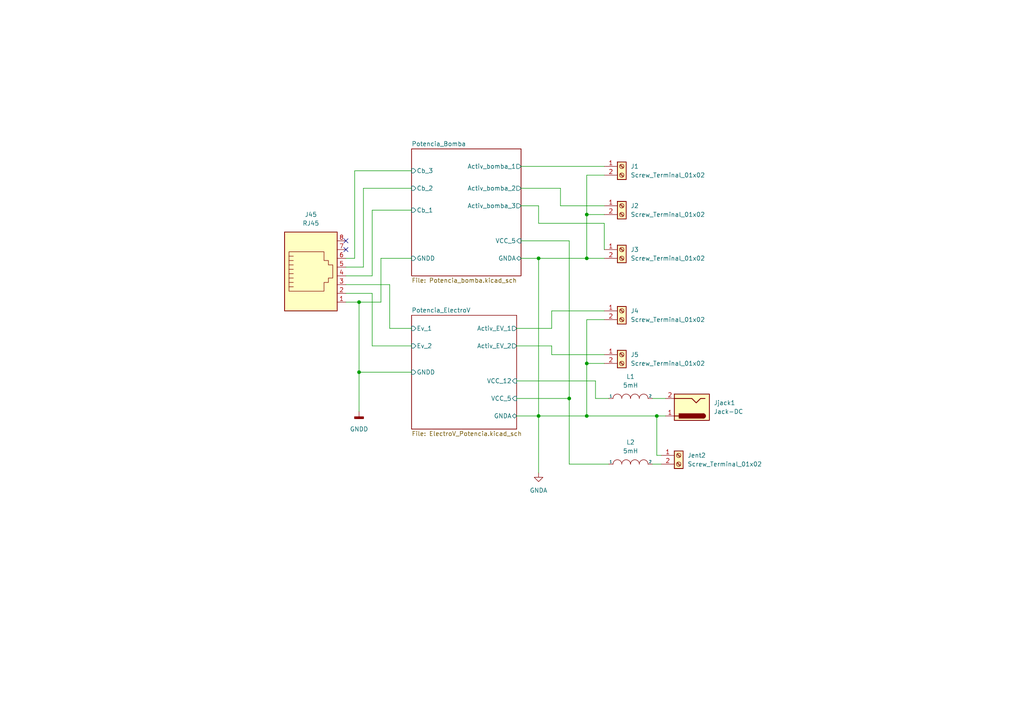
<source format=kicad_sch>
(kicad_sch (version 20211123) (generator eeschema)

  (uuid 0956fbcb-cb04-41a0-bcc7-40c2337a32d3)

  (paper "A4")

  (lib_symbols
    (symbol "Connector:Jack-DC" (pin_names (offset 1.016)) (in_bom yes) (on_board yes)
      (property "Reference" "J" (id 0) (at 0 5.334 0)
        (effects (font (size 1.27 1.27)))
      )
      (property "Value" "Jack-DC" (id 1) (at 0 -5.08 0)
        (effects (font (size 1.27 1.27)))
      )
      (property "Footprint" "" (id 2) (at 1.27 -1.016 0)
        (effects (font (size 1.27 1.27)) hide)
      )
      (property "Datasheet" "~" (id 3) (at 1.27 -1.016 0)
        (effects (font (size 1.27 1.27)) hide)
      )
      (property "ki_keywords" "DC power barrel jack connector" (id 4) (at 0 0 0)
        (effects (font (size 1.27 1.27)) hide)
      )
      (property "ki_description" "DC Barrel Jack" (id 5) (at 0 0 0)
        (effects (font (size 1.27 1.27)) hide)
      )
      (property "ki_fp_filters" "BarrelJack*" (id 6) (at 0 0 0)
        (effects (font (size 1.27 1.27)) hide)
      )
      (symbol "Jack-DC_0_1"
        (rectangle (start -5.08 3.81) (end 5.08 -3.81)
          (stroke (width 0.254) (type default) (color 0 0 0 0))
          (fill (type background))
        )
        (arc (start -3.302 3.175) (mid -3.937 2.54) (end -3.302 1.905)
          (stroke (width 0.254) (type default) (color 0 0 0 0))
          (fill (type none))
        )
        (arc (start -3.302 3.175) (mid -3.937 2.54) (end -3.302 1.905)
          (stroke (width 0.254) (type default) (color 0 0 0 0))
          (fill (type outline))
        )
        (polyline
          (pts
            (xy 5.08 2.54)
            (xy 3.81 2.54)
          )
          (stroke (width 0.254) (type default) (color 0 0 0 0))
          (fill (type none))
        )
        (polyline
          (pts
            (xy -3.81 -2.54)
            (xy -2.54 -2.54)
            (xy -1.27 -1.27)
            (xy 0 -2.54)
            (xy 2.54 -2.54)
            (xy 5.08 -2.54)
          )
          (stroke (width 0.254) (type default) (color 0 0 0 0))
          (fill (type none))
        )
        (rectangle (start 3.683 3.175) (end -3.302 1.905)
          (stroke (width 0.254) (type default) (color 0 0 0 0))
          (fill (type outline))
        )
      )
      (symbol "Jack-DC_1_1"
        (pin passive line (at 7.62 2.54 180) (length 2.54)
          (name "~" (effects (font (size 1.27 1.27))))
          (number "1" (effects (font (size 1.27 1.27))))
        )
        (pin passive line (at 7.62 -2.54 180) (length 2.54)
          (name "~" (effects (font (size 1.27 1.27))))
          (number "2" (effects (font (size 1.27 1.27))))
        )
      )
    )
    (symbol "Connector:RJ45" (pin_names (offset 1.016)) (in_bom yes) (on_board yes)
      (property "Reference" "J" (id 0) (at -5.08 13.97 0)
        (effects (font (size 1.27 1.27)) (justify right))
      )
      (property "Value" "RJ45" (id 1) (at 2.54 13.97 0)
        (effects (font (size 1.27 1.27)) (justify left))
      )
      (property "Footprint" "" (id 2) (at 0 0.635 90)
        (effects (font (size 1.27 1.27)) hide)
      )
      (property "Datasheet" "~" (id 3) (at 0 0.635 90)
        (effects (font (size 1.27 1.27)) hide)
      )
      (property "ki_keywords" "8P8C RJ female connector" (id 4) (at 0 0 0)
        (effects (font (size 1.27 1.27)) hide)
      )
      (property "ki_description" "RJ connector, 8P8C (8 positions 8 connected)" (id 5) (at 0 0 0)
        (effects (font (size 1.27 1.27)) hide)
      )
      (property "ki_fp_filters" "8P8C* RJ31* RJ32* RJ33* RJ34* RJ35* RJ41* RJ45* RJ49* RJ61*" (id 6) (at 0 0 0)
        (effects (font (size 1.27 1.27)) hide)
      )
      (symbol "RJ45_0_1"
        (polyline
          (pts
            (xy -5.08 4.445)
            (xy -6.35 4.445)
          )
          (stroke (width 0) (type default) (color 0 0 0 0))
          (fill (type none))
        )
        (polyline
          (pts
            (xy -5.08 5.715)
            (xy -6.35 5.715)
          )
          (stroke (width 0) (type default) (color 0 0 0 0))
          (fill (type none))
        )
        (polyline
          (pts
            (xy -6.35 -3.175)
            (xy -5.08 -3.175)
            (xy -5.08 -3.175)
          )
          (stroke (width 0) (type default) (color 0 0 0 0))
          (fill (type none))
        )
        (polyline
          (pts
            (xy -6.35 -1.905)
            (xy -5.08 -1.905)
            (xy -5.08 -1.905)
          )
          (stroke (width 0) (type default) (color 0 0 0 0))
          (fill (type none))
        )
        (polyline
          (pts
            (xy -6.35 -0.635)
            (xy -5.08 -0.635)
            (xy -5.08 -0.635)
          )
          (stroke (width 0) (type default) (color 0 0 0 0))
          (fill (type none))
        )
        (polyline
          (pts
            (xy -6.35 0.635)
            (xy -5.08 0.635)
            (xy -5.08 0.635)
          )
          (stroke (width 0) (type default) (color 0 0 0 0))
          (fill (type none))
        )
        (polyline
          (pts
            (xy -6.35 1.905)
            (xy -5.08 1.905)
            (xy -5.08 1.905)
          )
          (stroke (width 0) (type default) (color 0 0 0 0))
          (fill (type none))
        )
        (polyline
          (pts
            (xy -5.08 3.175)
            (xy -6.35 3.175)
            (xy -6.35 3.175)
          )
          (stroke (width 0) (type default) (color 0 0 0 0))
          (fill (type none))
        )
        (polyline
          (pts
            (xy -6.35 -4.445)
            (xy -6.35 6.985)
            (xy 3.81 6.985)
            (xy 3.81 4.445)
            (xy 5.08 4.445)
            (xy 5.08 3.175)
            (xy 6.35 3.175)
            (xy 6.35 -0.635)
            (xy 5.08 -0.635)
            (xy 5.08 -1.905)
            (xy 3.81 -1.905)
            (xy 3.81 -4.445)
            (xy -6.35 -4.445)
            (xy -6.35 -4.445)
          )
          (stroke (width 0) (type default) (color 0 0 0 0))
          (fill (type none))
        )
        (rectangle (start 7.62 12.7) (end -7.62 -10.16)
          (stroke (width 0.254) (type default) (color 0 0 0 0))
          (fill (type background))
        )
      )
      (symbol "RJ45_1_1"
        (pin passive line (at 10.16 -7.62 180) (length 2.54)
          (name "~" (effects (font (size 1.27 1.27))))
          (number "1" (effects (font (size 1.27 1.27))))
        )
        (pin passive line (at 10.16 -5.08 180) (length 2.54)
          (name "~" (effects (font (size 1.27 1.27))))
          (number "2" (effects (font (size 1.27 1.27))))
        )
        (pin passive line (at 10.16 -2.54 180) (length 2.54)
          (name "~" (effects (font (size 1.27 1.27))))
          (number "3" (effects (font (size 1.27 1.27))))
        )
        (pin passive line (at 10.16 0 180) (length 2.54)
          (name "~" (effects (font (size 1.27 1.27))))
          (number "4" (effects (font (size 1.27 1.27))))
        )
        (pin passive line (at 10.16 2.54 180) (length 2.54)
          (name "~" (effects (font (size 1.27 1.27))))
          (number "5" (effects (font (size 1.27 1.27))))
        )
        (pin passive line (at 10.16 5.08 180) (length 2.54)
          (name "~" (effects (font (size 1.27 1.27))))
          (number "6" (effects (font (size 1.27 1.27))))
        )
        (pin passive line (at 10.16 7.62 180) (length 2.54)
          (name "~" (effects (font (size 1.27 1.27))))
          (number "7" (effects (font (size 1.27 1.27))))
        )
        (pin passive line (at 10.16 10.16 180) (length 2.54)
          (name "~" (effects (font (size 1.27 1.27))))
          (number "8" (effects (font (size 1.27 1.27))))
        )
      )
    )
    (symbol "Connector:Screw_Terminal_01x02" (pin_names (offset 1.016) hide) (in_bom yes) (on_board yes)
      (property "Reference" "J" (id 0) (at 0 2.54 0)
        (effects (font (size 1.27 1.27)))
      )
      (property "Value" "Screw_Terminal_01x02" (id 1) (at 0 -5.08 0)
        (effects (font (size 1.27 1.27)))
      )
      (property "Footprint" "" (id 2) (at 0 0 0)
        (effects (font (size 1.27 1.27)) hide)
      )
      (property "Datasheet" "~" (id 3) (at 0 0 0)
        (effects (font (size 1.27 1.27)) hide)
      )
      (property "ki_keywords" "screw terminal" (id 4) (at 0 0 0)
        (effects (font (size 1.27 1.27)) hide)
      )
      (property "ki_description" "Generic screw terminal, single row, 01x02, script generated (kicad-library-utils/schlib/autogen/connector/)" (id 5) (at 0 0 0)
        (effects (font (size 1.27 1.27)) hide)
      )
      (property "ki_fp_filters" "TerminalBlock*:*" (id 6) (at 0 0 0)
        (effects (font (size 1.27 1.27)) hide)
      )
      (symbol "Screw_Terminal_01x02_1_1"
        (rectangle (start -1.27 1.27) (end 1.27 -3.81)
          (stroke (width 0.254) (type default) (color 0 0 0 0))
          (fill (type background))
        )
        (circle (center 0 -2.54) (radius 0.635)
          (stroke (width 0.1524) (type default) (color 0 0 0 0))
          (fill (type none))
        )
        (polyline
          (pts
            (xy -0.5334 -2.2098)
            (xy 0.3302 -3.048)
          )
          (stroke (width 0.1524) (type default) (color 0 0 0 0))
          (fill (type none))
        )
        (polyline
          (pts
            (xy -0.5334 0.3302)
            (xy 0.3302 -0.508)
          )
          (stroke (width 0.1524) (type default) (color 0 0 0 0))
          (fill (type none))
        )
        (polyline
          (pts
            (xy -0.3556 -2.032)
            (xy 0.508 -2.8702)
          )
          (stroke (width 0.1524) (type default) (color 0 0 0 0))
          (fill (type none))
        )
        (polyline
          (pts
            (xy -0.3556 0.508)
            (xy 0.508 -0.3302)
          )
          (stroke (width 0.1524) (type default) (color 0 0 0 0))
          (fill (type none))
        )
        (circle (center 0 0) (radius 0.635)
          (stroke (width 0.1524) (type default) (color 0 0 0 0))
          (fill (type none))
        )
        (pin passive line (at -5.08 0 0) (length 3.81)
          (name "Pin_1" (effects (font (size 1.27 1.27))))
          (number "1" (effects (font (size 1.27 1.27))))
        )
        (pin passive line (at -5.08 -2.54 0) (length 3.81)
          (name "Pin_2" (effects (font (size 1.27 1.27))))
          (number "2" (effects (font (size 1.27 1.27))))
        )
      )
    )
    (symbol "power:GNDA" (power) (pin_names (offset 0)) (in_bom yes) (on_board yes)
      (property "Reference" "#PWR" (id 0) (at 0 -6.35 0)
        (effects (font (size 1.27 1.27)) hide)
      )
      (property "Value" "GNDA" (id 1) (at 0 -3.81 0)
        (effects (font (size 1.27 1.27)))
      )
      (property "Footprint" "" (id 2) (at 0 0 0)
        (effects (font (size 1.27 1.27)) hide)
      )
      (property "Datasheet" "" (id 3) (at 0 0 0)
        (effects (font (size 1.27 1.27)) hide)
      )
      (property "ki_keywords" "power-flag" (id 4) (at 0 0 0)
        (effects (font (size 1.27 1.27)) hide)
      )
      (property "ki_description" "Power symbol creates a global label with name \"GNDA\" , analog ground" (id 5) (at 0 0 0)
        (effects (font (size 1.27 1.27)) hide)
      )
      (symbol "GNDA_0_1"
        (polyline
          (pts
            (xy 0 0)
            (xy 0 -1.27)
            (xy 1.27 -1.27)
            (xy 0 -2.54)
            (xy -1.27 -1.27)
            (xy 0 -1.27)
          )
          (stroke (width 0) (type default) (color 0 0 0 0))
          (fill (type none))
        )
      )
      (symbol "GNDA_1_1"
        (pin power_in line (at 0 0 270) (length 0) hide
          (name "GNDA" (effects (font (size 1.27 1.27))))
          (number "1" (effects (font (size 1.27 1.27))))
        )
      )
    )
    (symbol "power:GNDD" (power) (pin_names (offset 0)) (in_bom yes) (on_board yes)
      (property "Reference" "#PWR" (id 0) (at 0 -6.35 0)
        (effects (font (size 1.27 1.27)) hide)
      )
      (property "Value" "GNDD" (id 1) (at 0 -3.175 0)
        (effects (font (size 1.27 1.27)))
      )
      (property "Footprint" "" (id 2) (at 0 0 0)
        (effects (font (size 1.27 1.27)) hide)
      )
      (property "Datasheet" "" (id 3) (at 0 0 0)
        (effects (font (size 1.27 1.27)) hide)
      )
      (property "ki_keywords" "power-flag" (id 4) (at 0 0 0)
        (effects (font (size 1.27 1.27)) hide)
      )
      (property "ki_description" "Power symbol creates a global label with name \"GNDD\" , digital ground" (id 5) (at 0 0 0)
        (effects (font (size 1.27 1.27)) hide)
      )
      (symbol "GNDD_0_1"
        (rectangle (start -1.27 -1.524) (end 1.27 -2.032)
          (stroke (width 0.254) (type default) (color 0 0 0 0))
          (fill (type outline))
        )
        (polyline
          (pts
            (xy 0 0)
            (xy 0 -1.524)
          )
          (stroke (width 0) (type default) (color 0 0 0 0))
          (fill (type none))
        )
      )
      (symbol "GNDD_1_1"
        (pin power_in line (at 0 0 270) (length 0) hide
          (name "GNDD" (effects (font (size 1.27 1.27))))
          (number "1" (effects (font (size 1.27 1.27))))
        )
      )
    )
    (symbol "pspice:INDUCTOR" (pin_numbers hide) (pin_names (offset 0)) (in_bom yes) (on_board yes)
      (property "Reference" "L" (id 0) (at 0 2.54 0)
        (effects (font (size 1.27 1.27)))
      )
      (property "Value" "INDUCTOR" (id 1) (at 0 -1.27 0)
        (effects (font (size 1.27 1.27)))
      )
      (property "Footprint" "" (id 2) (at 0 0 0)
        (effects (font (size 1.27 1.27)) hide)
      )
      (property "Datasheet" "~" (id 3) (at 0 0 0)
        (effects (font (size 1.27 1.27)) hide)
      )
      (property "ki_keywords" "simulation" (id 4) (at 0 0 0)
        (effects (font (size 1.27 1.27)) hide)
      )
      (property "ki_description" "Inductor symbol for simulation only" (id 5) (at 0 0 0)
        (effects (font (size 1.27 1.27)) hide)
      )
      (symbol "INDUCTOR_0_1"
        (arc (start -2.54 0) (mid -3.81 1.27) (end -5.08 0)
          (stroke (width 0) (type default) (color 0 0 0 0))
          (fill (type none))
        )
        (arc (start 0 0) (mid -1.27 1.27) (end -2.54 0)
          (stroke (width 0) (type default) (color 0 0 0 0))
          (fill (type none))
        )
        (arc (start 2.54 0) (mid 1.27 1.27) (end 0 0)
          (stroke (width 0) (type default) (color 0 0 0 0))
          (fill (type none))
        )
        (arc (start 5.08 0) (mid 3.81 1.27) (end 2.54 0)
          (stroke (width 0) (type default) (color 0 0 0 0))
          (fill (type none))
        )
      )
      (symbol "INDUCTOR_1_1"
        (pin input line (at -6.35 0 0) (length 1.27)
          (name "1" (effects (font (size 0.762 0.762))))
          (number "1" (effects (font (size 0.762 0.762))))
        )
        (pin input line (at 6.35 0 180) (length 1.27)
          (name "2" (effects (font (size 0.762 0.762))))
          (number "2" (effects (font (size 0.762 0.762))))
        )
      )
    )
  )

  (junction (at 104.14 87.63) (diameter 0) (color 0 0 0 0)
    (uuid 21d13102-86dd-4e05-a87e-9596b6e16d36)
  )
  (junction (at 190.5 120.65) (diameter 0) (color 0 0 0 0)
    (uuid 2378b1af-9b23-4b95-a118-8f475523dbe5)
  )
  (junction (at 170.18 105.41) (diameter 0) (color 0 0 0 0)
    (uuid 28ba209b-c631-4e86-b4fe-9c13d3a2e925)
  )
  (junction (at 156.21 74.93) (diameter 0) (color 0 0 0 0)
    (uuid 42ffa2c2-5fab-461e-8462-169da97a3d1f)
  )
  (junction (at 170.18 62.23) (diameter 0) (color 0 0 0 0)
    (uuid 6fec1596-4df3-4c70-80ec-676a6a10418d)
  )
  (junction (at 104.14 107.95) (diameter 0) (color 0 0 0 0)
    (uuid 9d815858-052f-4e38-ab3f-7c95b09c0912)
  )
  (junction (at 165.1 115.57) (diameter 0) (color 0 0 0 0)
    (uuid 9df314fa-1613-4c93-a01e-15b95364bea3)
  )
  (junction (at 156.21 120.65) (diameter 0) (color 0 0 0 0)
    (uuid c347a63d-9c4f-48a8-96a5-ef230b093729)
  )
  (junction (at 170.18 120.65) (diameter 0) (color 0 0 0 0)
    (uuid df9c8a48-587a-40e6-a158-7211ab7fcc2c)
  )
  (junction (at 170.18 74.93) (diameter 0) (color 0 0 0 0)
    (uuid e66b7ea5-b80d-4b10-8ef4-0ac66561e1e5)
  )

  (no_connect (at 100.33 72.39) (uuid 0023774f-b66b-48cc-9694-549c5f896ead))
  (no_connect (at 100.33 69.85) (uuid 21817c41-e3ae-4208-bea0-faa91ccb9c89))

  (wire (pts (xy 156.21 120.65) (xy 156.21 137.16))
    (stroke (width 0) (type default) (color 0 0 0 0))
    (uuid 03095a29-6f03-4ce3-bfc7-ea42f668ed8c)
  )
  (wire (pts (xy 160.02 102.87) (xy 160.02 100.33))
    (stroke (width 0) (type default) (color 0 0 0 0))
    (uuid 044dd588-2df9-4e9e-956d-00bbef29464e)
  )
  (wire (pts (xy 189.23 115.57) (xy 193.04 115.57))
    (stroke (width 0) (type default) (color 0 0 0 0))
    (uuid 07efb4e1-2245-4113-902f-20a1794da77d)
  )
  (wire (pts (xy 104.14 87.63) (xy 110.49 87.63))
    (stroke (width 0) (type default) (color 0 0 0 0))
    (uuid 09805ed1-fdd8-41a6-bc8f-7f359958c1ff)
  )
  (wire (pts (xy 176.53 115.57) (xy 172.72 115.57))
    (stroke (width 0) (type default) (color 0 0 0 0))
    (uuid 0acdda25-f3c6-4cf2-a231-046f2dc3b129)
  )
  (wire (pts (xy 110.49 74.93) (xy 119.38 74.93))
    (stroke (width 0) (type default) (color 0 0 0 0))
    (uuid 0b56119f-e6e3-4794-8eef-da4d21906491)
  )
  (wire (pts (xy 100.33 82.55) (xy 113.03 82.55))
    (stroke (width 0) (type default) (color 0 0 0 0))
    (uuid 0f128a55-f068-4fb9-9a8e-7b12b6379fb4)
  )
  (wire (pts (xy 172.72 110.49) (xy 172.72 115.57))
    (stroke (width 0) (type default) (color 0 0 0 0))
    (uuid 1063e884-282b-4e1a-b802-f6ceedcd0c83)
  )
  (wire (pts (xy 100.33 85.09) (xy 107.95 85.09))
    (stroke (width 0) (type default) (color 0 0 0 0))
    (uuid 15966bd9-47a4-4870-9969-0ed531333726)
  )
  (wire (pts (xy 100.33 77.47) (xy 105.41 77.47))
    (stroke (width 0) (type default) (color 0 0 0 0))
    (uuid 17616c3f-0085-4ca1-a2c4-fdd97563f218)
  )
  (wire (pts (xy 175.26 90.17) (xy 160.02 90.17))
    (stroke (width 0) (type default) (color 0 0 0 0))
    (uuid 17cc29ca-6494-40f3-bcba-c0082a31d949)
  )
  (wire (pts (xy 107.95 60.96) (xy 119.38 60.96))
    (stroke (width 0) (type default) (color 0 0 0 0))
    (uuid 1a3f8252-5bdd-4c2e-a567-fbc5a3b775a1)
  )
  (wire (pts (xy 156.21 120.65) (xy 170.18 120.65))
    (stroke (width 0) (type default) (color 0 0 0 0))
    (uuid 1b81b185-1487-4c35-b70d-236b8cfdd537)
  )
  (wire (pts (xy 170.18 105.41) (xy 175.26 105.41))
    (stroke (width 0) (type default) (color 0 0 0 0))
    (uuid 1ce64493-8f20-486d-9e9d-9b155274df63)
  )
  (wire (pts (xy 102.87 74.93) (xy 100.33 74.93))
    (stroke (width 0) (type default) (color 0 0 0 0))
    (uuid 212c83d7-84f1-420e-a0d8-b8e106e544d7)
  )
  (wire (pts (xy 105.41 54.61) (xy 119.38 54.61))
    (stroke (width 0) (type default) (color 0 0 0 0))
    (uuid 27465b1b-24e2-4928-a401-240c20c50d01)
  )
  (wire (pts (xy 149.86 110.49) (xy 172.72 110.49))
    (stroke (width 0) (type default) (color 0 0 0 0))
    (uuid 29cd82f8-d3c0-407e-8d43-1d42c7904bfc)
  )
  (wire (pts (xy 162.56 54.61) (xy 151.13 54.61))
    (stroke (width 0) (type default) (color 0 0 0 0))
    (uuid 2c1f341d-cc49-445c-b1dc-b4374cd91512)
  )
  (wire (pts (xy 191.77 132.08) (xy 190.5 132.08))
    (stroke (width 0) (type default) (color 0 0 0 0))
    (uuid 30a3556d-3113-4c4c-8986-ba9aea5f8fa2)
  )
  (wire (pts (xy 156.21 74.93) (xy 156.21 120.65))
    (stroke (width 0) (type default) (color 0 0 0 0))
    (uuid 31d94577-fd7e-48c1-be06-3458af686464)
  )
  (wire (pts (xy 149.86 95.25) (xy 160.02 95.25))
    (stroke (width 0) (type default) (color 0 0 0 0))
    (uuid 3a5039c9-0c26-4e3c-82c0-cc81cb09c99e)
  )
  (wire (pts (xy 170.18 62.23) (xy 170.18 74.93))
    (stroke (width 0) (type default) (color 0 0 0 0))
    (uuid 4427c9dd-6f38-4633-a561-e5b59d161a91)
  )
  (wire (pts (xy 165.1 69.85) (xy 165.1 115.57))
    (stroke (width 0) (type default) (color 0 0 0 0))
    (uuid 46273150-8ca4-4697-96d1-e08ba5340c9d)
  )
  (wire (pts (xy 170.18 105.41) (xy 170.18 120.65))
    (stroke (width 0) (type default) (color 0 0 0 0))
    (uuid 4963c380-d793-421a-8c0f-666834a96459)
  )
  (wire (pts (xy 110.49 74.93) (xy 110.49 87.63))
    (stroke (width 0) (type default) (color 0 0 0 0))
    (uuid 5119dbec-83cf-405f-b107-5f564ef8d968)
  )
  (wire (pts (xy 107.95 85.09) (xy 107.95 100.33))
    (stroke (width 0) (type default) (color 0 0 0 0))
    (uuid 59debf5b-995f-41c6-a7cb-abfaa61f7faa)
  )
  (wire (pts (xy 149.86 115.57) (xy 165.1 115.57))
    (stroke (width 0) (type default) (color 0 0 0 0))
    (uuid 5b1d490b-26ad-4fdb-971d-fad0ec19df2d)
  )
  (wire (pts (xy 190.5 120.65) (xy 193.04 120.65))
    (stroke (width 0) (type default) (color 0 0 0 0))
    (uuid 63525a68-afb1-4eed-bbde-18e788afa4c3)
  )
  (wire (pts (xy 190.5 120.65) (xy 190.5 132.08))
    (stroke (width 0) (type default) (color 0 0 0 0))
    (uuid 6a9b87ae-dd9e-4ed5-a0ce-9706ad23ce70)
  )
  (wire (pts (xy 149.86 120.65) (xy 156.21 120.65))
    (stroke (width 0) (type default) (color 0 0 0 0))
    (uuid 6ac57db8-8f4b-44d1-a1b6-5ca4e0cbd8b3)
  )
  (wire (pts (xy 170.18 62.23) (xy 175.26 62.23))
    (stroke (width 0) (type default) (color 0 0 0 0))
    (uuid 6b645c5c-b06b-4f19-abda-d94b955ff7a6)
  )
  (wire (pts (xy 102.87 49.53) (xy 102.87 74.93))
    (stroke (width 0) (type default) (color 0 0 0 0))
    (uuid 71f2929d-021e-46e4-93cb-2e19ab417fc1)
  )
  (wire (pts (xy 113.03 95.25) (xy 119.38 95.25))
    (stroke (width 0) (type default) (color 0 0 0 0))
    (uuid 74dc8a4b-a0f8-40ff-9e7e-8579e1b5cd7e)
  )
  (wire (pts (xy 100.33 80.01) (xy 107.95 80.01))
    (stroke (width 0) (type default) (color 0 0 0 0))
    (uuid 7be25534-ad61-4751-a7ed-dddf2b92607e)
  )
  (wire (pts (xy 170.18 50.8) (xy 170.18 62.23))
    (stroke (width 0) (type default) (color 0 0 0 0))
    (uuid 7d6d8023-ad17-4907-81e8-f7181635e530)
  )
  (wire (pts (xy 102.87 49.53) (xy 119.38 49.53))
    (stroke (width 0) (type default) (color 0 0 0 0))
    (uuid 88184c83-f1a3-4f45-bd4b-8e58fa7becff)
  )
  (wire (pts (xy 162.56 59.69) (xy 162.56 54.61))
    (stroke (width 0) (type default) (color 0 0 0 0))
    (uuid 88ed3189-8054-4118-aeef-4184276c8004)
  )
  (wire (pts (xy 156.21 64.77) (xy 156.21 59.69))
    (stroke (width 0) (type default) (color 0 0 0 0))
    (uuid 9084158c-3291-43f4-bf2d-9a245aeb93fd)
  )
  (wire (pts (xy 105.41 77.47) (xy 105.41 54.61))
    (stroke (width 0) (type default) (color 0 0 0 0))
    (uuid 9c6e1b83-553c-489d-a215-e16ae6ef2e53)
  )
  (wire (pts (xy 170.18 74.93) (xy 175.26 74.93))
    (stroke (width 0) (type default) (color 0 0 0 0))
    (uuid 9f0d0482-3b3c-4f2b-9543-c38e41367600)
  )
  (wire (pts (xy 156.21 74.93) (xy 170.18 74.93))
    (stroke (width 0) (type default) (color 0 0 0 0))
    (uuid a2f2e15c-5f41-4605-b12b-db478fdcd1c4)
  )
  (wire (pts (xy 113.03 95.25) (xy 113.03 82.55))
    (stroke (width 0) (type default) (color 0 0 0 0))
    (uuid a3ebfa39-93af-42c5-8a77-710c7709342f)
  )
  (wire (pts (xy 151.13 74.93) (xy 156.21 74.93))
    (stroke (width 0) (type default) (color 0 0 0 0))
    (uuid a4e53942-4f86-4982-bdb7-8494d854c750)
  )
  (wire (pts (xy 189.23 134.62) (xy 191.77 134.62))
    (stroke (width 0) (type default) (color 0 0 0 0))
    (uuid a6fdc42b-4290-4563-ba74-c61a9bed2a0e)
  )
  (wire (pts (xy 176.53 134.62) (xy 165.1 134.62))
    (stroke (width 0) (type default) (color 0 0 0 0))
    (uuid aace078f-3bf4-47ad-af5e-489f63d19ffa)
  )
  (wire (pts (xy 175.26 59.69) (xy 162.56 59.69))
    (stroke (width 0) (type default) (color 0 0 0 0))
    (uuid b51519d2-9c2b-4054-8b15-1f591eca9f0d)
  )
  (wire (pts (xy 160.02 90.17) (xy 160.02 95.25))
    (stroke (width 0) (type default) (color 0 0 0 0))
    (uuid b55b1912-67a8-4e07-b88b-925daf320c9b)
  )
  (wire (pts (xy 156.21 59.69) (xy 151.13 59.69))
    (stroke (width 0) (type default) (color 0 0 0 0))
    (uuid b90805ae-fd25-449a-baca-007548283820)
  )
  (wire (pts (xy 160.02 102.87) (xy 175.26 102.87))
    (stroke (width 0) (type default) (color 0 0 0 0))
    (uuid b99124f1-854b-4828-8929-5eb9a8a0569b)
  )
  (wire (pts (xy 175.26 64.77) (xy 156.21 64.77))
    (stroke (width 0) (type default) (color 0 0 0 0))
    (uuid bdc832d6-75d5-48fd-bfea-257567a1c16f)
  )
  (wire (pts (xy 100.33 87.63) (xy 104.14 87.63))
    (stroke (width 0) (type default) (color 0 0 0 0))
    (uuid beb50f8e-a337-480b-af02-5c9ecfb0f0a3)
  )
  (wire (pts (xy 149.86 100.33) (xy 160.02 100.33))
    (stroke (width 0) (type default) (color 0 0 0 0))
    (uuid c5a8d438-642c-4ee7-a4e5-761857aafe45)
  )
  (wire (pts (xy 175.26 48.26) (xy 151.13 48.26))
    (stroke (width 0) (type default) (color 0 0 0 0))
    (uuid ca78ed72-f1b3-4bfe-b787-f58e1d23c717)
  )
  (wire (pts (xy 104.14 107.95) (xy 119.38 107.95))
    (stroke (width 0) (type default) (color 0 0 0 0))
    (uuid cb6d09be-71f1-469d-ad3b-3ad751953c8b)
  )
  (wire (pts (xy 104.14 87.63) (xy 104.14 107.95))
    (stroke (width 0) (type default) (color 0 0 0 0))
    (uuid d3071002-b083-40cc-803a-6a5be07c3229)
  )
  (wire (pts (xy 170.18 120.65) (xy 190.5 120.65))
    (stroke (width 0) (type default) (color 0 0 0 0))
    (uuid d430ef0a-e491-404f-a1f2-d0c6081cb9d6)
  )
  (wire (pts (xy 175.26 92.71) (xy 170.18 92.71))
    (stroke (width 0) (type default) (color 0 0 0 0))
    (uuid dd906762-5403-4848-bfae-c08a0c7ce5c1)
  )
  (wire (pts (xy 104.14 107.95) (xy 104.14 119.38))
    (stroke (width 0) (type default) (color 0 0 0 0))
    (uuid e1c469fc-cf51-49c6-9323-ddab20557dd9)
  )
  (wire (pts (xy 107.95 100.33) (xy 119.38 100.33))
    (stroke (width 0) (type default) (color 0 0 0 0))
    (uuid e4d06f4e-5263-4ecf-b435-54219466b02d)
  )
  (wire (pts (xy 151.13 69.85) (xy 165.1 69.85))
    (stroke (width 0) (type default) (color 0 0 0 0))
    (uuid e67b0493-08ab-4de2-be3e-fcbd01b73467)
  )
  (wire (pts (xy 107.95 80.01) (xy 107.95 60.96))
    (stroke (width 0) (type default) (color 0 0 0 0))
    (uuid e882c43c-c0bb-428d-81ee-23ad83ad357d)
  )
  (wire (pts (xy 165.1 115.57) (xy 165.1 134.62))
    (stroke (width 0) (type default) (color 0 0 0 0))
    (uuid ebababd5-8c40-45a0-ad1c-a6351058ecfc)
  )
  (wire (pts (xy 170.18 50.8) (xy 175.26 50.8))
    (stroke (width 0) (type default) (color 0 0 0 0))
    (uuid f072091c-b63b-4e2c-91eb-cf0b48850b51)
  )
  (wire (pts (xy 170.18 92.71) (xy 170.18 105.41))
    (stroke (width 0) (type default) (color 0 0 0 0))
    (uuid fd2d8bea-0c52-4b64-9add-73ab65daaabd)
  )
  (wire (pts (xy 175.26 72.39) (xy 175.26 64.77))
    (stroke (width 0) (type default) (color 0 0 0 0))
    (uuid fe321bf3-504f-401c-8e69-14e1bc3aa9c5)
  )

  (symbol (lib_id "Connector:RJ45") (at 90.17 80.01 0) (unit 1)
    (in_bom yes) (on_board yes) (fields_autoplaced)
    (uuid 2df5c5a6-5530-45d6-bae0-44b2b822eeae)
    (property "Reference" "J45" (id 0) (at 90.17 62.23 0))
    (property "Value" "RJ45" (id 1) (at 90.17 64.77 0))
    (property "Footprint" "Connector_RJ:RJ45_Amphenol_54602-x08_Horizontal" (id 2) (at 90.17 79.375 90)
      (effects (font (size 1.27 1.27)) hide)
    )
    (property "Datasheet" "~" (id 3) (at 90.17 79.375 90)
      (effects (font (size 1.27 1.27)) hide)
    )
    (pin "1" (uuid a3208af1-3d4d-4439-a162-f3b3075bde4a))
    (pin "2" (uuid 156119d8-587b-4132-bb90-0de42612d0fe))
    (pin "3" (uuid bcc1856a-58f0-44b2-85a9-f738dc4e7676))
    (pin "4" (uuid 20ca8b25-cf1b-4e9c-9102-a33c75d41af0))
    (pin "5" (uuid 7d21a310-709d-4c7a-aebc-2a9d795286fb))
    (pin "6" (uuid 31a900a2-c8d9-4a63-95f1-377c1755f144))
    (pin "7" (uuid d67f3fbe-3b6c-463f-a933-8f0bc87ea44a))
    (pin "8" (uuid 291fe01a-e2fc-4002-b0de-4645fd1fb221))
  )

  (symbol (lib_id "Connector:Screw_Terminal_01x02") (at 180.34 102.87 0) (unit 1)
    (in_bom yes) (on_board yes) (fields_autoplaced)
    (uuid 337ffedf-3952-4093-a613-3c77b82ff3fe)
    (property "Reference" "J5" (id 0) (at 182.88 102.8699 0)
      (effects (font (size 1.27 1.27)) (justify left))
    )
    (property "Value" "Screw_Terminal_01x02" (id 1) (at 182.88 105.4099 0)
      (effects (font (size 1.27 1.27)) (justify left))
    )
    (property "Footprint" "TerminalBlock:TerminalBlock_Altech_AK300-2_P5.00mm" (id 2) (at 180.34 102.87 0)
      (effects (font (size 1.27 1.27)) hide)
    )
    (property "Datasheet" "~" (id 3) (at 180.34 102.87 0)
      (effects (font (size 1.27 1.27)) hide)
    )
    (pin "1" (uuid 206f7389-994c-4c97-8e34-6dd114174a11))
    (pin "2" (uuid dba2f16f-1093-4a1a-8c38-b1d3b12e557f))
  )

  (symbol (lib_id "power:GNDA") (at 156.21 137.16 0) (unit 1)
    (in_bom yes) (on_board yes) (fields_autoplaced)
    (uuid 558c8f2a-3706-4353-9b9e-8aa317b5bf71)
    (property "Reference" "#PWR0102" (id 0) (at 156.21 143.51 0)
      (effects (font (size 1.27 1.27)) hide)
    )
    (property "Value" "GNDA" (id 1) (at 156.21 142.24 0))
    (property "Footprint" "" (id 2) (at 156.21 137.16 0)
      (effects (font (size 1.27 1.27)) hide)
    )
    (property "Datasheet" "" (id 3) (at 156.21 137.16 0)
      (effects (font (size 1.27 1.27)) hide)
    )
    (pin "1" (uuid f01fca04-9d0e-4c8e-8d38-12f2614276f5))
  )

  (symbol (lib_id "Connector:Screw_Terminal_01x02") (at 180.34 48.26 0) (unit 1)
    (in_bom yes) (on_board yes)
    (uuid 725a6a79-1456-45e0-bf44-ef35a47723d2)
    (property "Reference" "J1" (id 0) (at 182.88 48.2599 0)
      (effects (font (size 1.27 1.27)) (justify left))
    )
    (property "Value" "Screw_Terminal_01x02" (id 1) (at 182.88 50.7999 0)
      (effects (font (size 1.27 1.27)) (justify left))
    )
    (property "Footprint" "TerminalBlock:TerminalBlock_Altech_AK300-2_P5.00mm" (id 2) (at 180.34 48.26 0)
      (effects (font (size 1.27 1.27)) hide)
    )
    (property "Datasheet" "~" (id 3) (at 180.34 48.26 0)
      (effects (font (size 1.27 1.27)) hide)
    )
    (pin "1" (uuid 6e71fa5d-d92b-400c-a842-8cee571038c0))
    (pin "2" (uuid 25426be1-6730-4b62-bf4e-910d8f1c1dcc))
  )

  (symbol (lib_id "pspice:INDUCTOR") (at 182.88 115.57 0) (unit 1)
    (in_bom yes) (on_board yes) (fields_autoplaced)
    (uuid 730ec439-97d0-48b9-9e0c-7f5f07306cdf)
    (property "Reference" "L1" (id 0) (at 182.88 109.22 0))
    (property "Value" "5mH" (id 1) (at 182.88 111.76 0))
    (property "Footprint" "Inductor_SMD:L_6.3x6.3_H3" (id 2) (at 182.88 115.57 0)
      (effects (font (size 1.27 1.27)) hide)
    )
    (property "Datasheet" "~" (id 3) (at 182.88 115.57 0)
      (effects (font (size 1.27 1.27)) hide)
    )
    (pin "1" (uuid dc2f0851-c9f4-457c-8eb1-5dd335e9368a))
    (pin "2" (uuid 10710b8c-e029-40f7-9f90-c96a4e5311ac))
  )

  (symbol (lib_id "Connector:Screw_Terminal_01x02") (at 180.34 90.17 0) (unit 1)
    (in_bom yes) (on_board yes) (fields_autoplaced)
    (uuid 8c209d2e-a0f3-4120-9712-05a10b60fd07)
    (property "Reference" "J4" (id 0) (at 182.88 90.1699 0)
      (effects (font (size 1.27 1.27)) (justify left))
    )
    (property "Value" "Screw_Terminal_01x02" (id 1) (at 182.88 92.7099 0)
      (effects (font (size 1.27 1.27)) (justify left))
    )
    (property "Footprint" "TerminalBlock:TerminalBlock_Altech_AK300-2_P5.00mm" (id 2) (at 180.34 90.17 0)
      (effects (font (size 1.27 1.27)) hide)
    )
    (property "Datasheet" "~" (id 3) (at 180.34 90.17 0)
      (effects (font (size 1.27 1.27)) hide)
    )
    (pin "1" (uuid 0acd5e5c-9cc0-4499-a67a-0f733d659277))
    (pin "2" (uuid 53bb5378-94c1-4aec-9518-f23f3d432e72))
  )

  (symbol (lib_id "Connector:Jack-DC") (at 200.66 118.11 180) (unit 1)
    (in_bom yes) (on_board yes) (fields_autoplaced)
    (uuid 9ef92e0a-9bc5-42ad-8ce5-63085823fb71)
    (property "Reference" "Jjack1" (id 0) (at 207.01 116.8399 0)
      (effects (font (size 1.27 1.27)) (justify right))
    )
    (property "Value" "Jack-DC" (id 1) (at 207.01 119.3799 0)
      (effects (font (size 1.27 1.27)) (justify right))
    )
    (property "Footprint" "Connector_BarrelJack:BarrelJack_CLIFF_FC681465S_SMT_Horizontal" (id 2) (at 199.39 117.094 0)
      (effects (font (size 1.27 1.27)) hide)
    )
    (property "Datasheet" "~" (id 3) (at 199.39 117.094 0)
      (effects (font (size 1.27 1.27)) hide)
    )
    (pin "1" (uuid a2e78e48-f0cf-4108-8b92-7a84ff88ba88))
    (pin "2" (uuid 9502566f-9859-4cbe-8cbc-cef76ead8f39))
  )

  (symbol (lib_id "Connector:Screw_Terminal_01x02") (at 180.34 72.39 0) (unit 1)
    (in_bom yes) (on_board yes) (fields_autoplaced)
    (uuid bccd7a8a-c1c1-4e7a-b237-0005ecc62274)
    (property "Reference" "J3" (id 0) (at 182.88 72.3899 0)
      (effects (font (size 1.27 1.27)) (justify left))
    )
    (property "Value" "Screw_Terminal_01x02" (id 1) (at 182.88 74.9299 0)
      (effects (font (size 1.27 1.27)) (justify left))
    )
    (property "Footprint" "TerminalBlock:TerminalBlock_Altech_AK300-2_P5.00mm" (id 2) (at 180.34 72.39 0)
      (effects (font (size 1.27 1.27)) hide)
    )
    (property "Datasheet" "~" (id 3) (at 180.34 72.39 0)
      (effects (font (size 1.27 1.27)) hide)
    )
    (pin "1" (uuid c8dba20e-4b10-4e52-8bc4-c6c0cb6149c5))
    (pin "2" (uuid a5a57628-4fe5-4553-8e04-cb459597a4bf))
  )

  (symbol (lib_id "Connector:Screw_Terminal_01x02") (at 180.34 59.69 0) (unit 1)
    (in_bom yes) (on_board yes) (fields_autoplaced)
    (uuid de9de807-7d9f-47da-9c53-d0bd21829383)
    (property "Reference" "J2" (id 0) (at 182.88 59.6899 0)
      (effects (font (size 1.27 1.27)) (justify left))
    )
    (property "Value" "Screw_Terminal_01x02" (id 1) (at 182.88 62.2299 0)
      (effects (font (size 1.27 1.27)) (justify left))
    )
    (property "Footprint" "TerminalBlock:TerminalBlock_Altech_AK300-2_P5.00mm" (id 2) (at 180.34 59.69 0)
      (effects (font (size 1.27 1.27)) hide)
    )
    (property "Datasheet" "~" (id 3) (at 180.34 59.69 0)
      (effects (font (size 1.27 1.27)) hide)
    )
    (pin "1" (uuid cf2f05d9-c32c-479c-bc45-0720d14f5a02))
    (pin "2" (uuid 0893b13e-f1ce-4a5e-af73-a62f57a99984))
  )

  (symbol (lib_id "pspice:INDUCTOR") (at 182.88 134.62 0) (unit 1)
    (in_bom yes) (on_board yes) (fields_autoplaced)
    (uuid ded3ba6b-31f0-4640-841a-9b1d6be44f03)
    (property "Reference" "L2" (id 0) (at 182.88 128.27 0))
    (property "Value" "5mH" (id 1) (at 182.88 130.81 0))
    (property "Footprint" "Inductor_SMD:L_6.3x6.3_H3" (id 2) (at 182.88 134.62 0)
      (effects (font (size 1.27 1.27)) hide)
    )
    (property "Datasheet" "~" (id 3) (at 182.88 134.62 0)
      (effects (font (size 1.27 1.27)) hide)
    )
    (pin "1" (uuid 27c67857-5be2-40c1-9ffb-abfb0343eb76))
    (pin "2" (uuid 4dc279d8-574f-4d31-8046-063c5bd6828c))
  )

  (symbol (lib_id "power:GNDD") (at 104.14 119.38 0) (unit 1)
    (in_bom yes) (on_board yes) (fields_autoplaced)
    (uuid ef3f8389-ba69-4731-ba14-3e4165b79506)
    (property "Reference" "#PWR0101" (id 0) (at 104.14 125.73 0)
      (effects (font (size 1.27 1.27)) hide)
    )
    (property "Value" "GNDD" (id 1) (at 104.14 124.46 0))
    (property "Footprint" "" (id 2) (at 104.14 119.38 0)
      (effects (font (size 1.27 1.27)) hide)
    )
    (property "Datasheet" "" (id 3) (at 104.14 119.38 0)
      (effects (font (size 1.27 1.27)) hide)
    )
    (pin "1" (uuid f086d813-d4ee-480c-9be6-20b5187f01ae))
  )

  (symbol (lib_id "Connector:Screw_Terminal_01x02") (at 196.85 132.08 0) (unit 1)
    (in_bom yes) (on_board yes) (fields_autoplaced)
    (uuid efc1f42f-9846-4add-ba3a-efb277099f19)
    (property "Reference" "Jent2" (id 0) (at 199.39 132.0799 0)
      (effects (font (size 1.27 1.27)) (justify left))
    )
    (property "Value" "Screw_Terminal_01x02" (id 1) (at 199.39 134.6199 0)
      (effects (font (size 1.27 1.27)) (justify left))
    )
    (property "Footprint" "TerminalBlock:TerminalBlock_Altech_AK300-2_P5.00mm" (id 2) (at 196.85 132.08 0)
      (effects (font (size 1.27 1.27)) hide)
    )
    (property "Datasheet" "~" (id 3) (at 196.85 132.08 0)
      (effects (font (size 1.27 1.27)) hide)
    )
    (pin "1" (uuid 442273d9-66a0-4997-803c-d31b3f16038c))
    (pin "2" (uuid f453cd3d-064c-403c-aaa8-b478193ed94d))
  )

  (sheet (at 119.38 43.18) (size 31.75 36.83) (fields_autoplaced)
    (stroke (width 0.1524) (type solid) (color 0 0 0 0))
    (fill (color 0 0 0 0.0000))
    (uuid 69d325c7-1f68-4264-b24f-9bf9d26aa601)
    (property "Sheet name" "Potencia_Bomba" (id 0) (at 119.38 42.4684 0)
      (effects (font (size 1.27 1.27)) (justify left bottom))
    )
    (property "Sheet file" "Potencia_bomba.kicad_sch" (id 1) (at 119.38 80.5946 0)
      (effects (font (size 1.27 1.27)) (justify left top))
    )
    (pin "Cb_3" input (at 119.38 49.53 180)
      (effects (font (size 1.27 1.27)) (justify left))
      (uuid 292e4d8b-f50d-40c1-8946-8bd086867bb0)
    )
    (pin "Cb_1" input (at 119.38 60.96 180)
      (effects (font (size 1.27 1.27)) (justify left))
      (uuid 3820ef9e-3bb3-46fc-8e13-649dd2973d11)
    )
    (pin "Cb_2" input (at 119.38 54.61 180)
      (effects (font (size 1.27 1.27)) (justify left))
      (uuid 974b748b-555e-416c-98a7-c44c87656933)
    )
    (pin "VCC_5" input (at 151.13 69.85 0)
      (effects (font (size 1.27 1.27)) (justify right))
      (uuid f729c909-51b7-41af-8899-f18f008ac2cb)
    )
    (pin "GNDD" input (at 119.38 74.93 180)
      (effects (font (size 1.27 1.27)) (justify left))
      (uuid 52254b9e-c527-4ac9-9fe6-6fb9818808d1)
    )
    (pin "Activ_bomba_3" output (at 151.13 59.69 0)
      (effects (font (size 1.27 1.27)) (justify right))
      (uuid f9626332-a051-40f2-9838-4c61f335ebb2)
    )
    (pin "Activ_bomba_2" output (at 151.13 54.61 0)
      (effects (font (size 1.27 1.27)) (justify right))
      (uuid 75d7b373-1327-4620-99ee-6d7547a99ac3)
    )
    (pin "Activ_bomba_1" output (at 151.13 48.26 0)
      (effects (font (size 1.27 1.27)) (justify right))
      (uuid 8aff4f85-d08b-4fd7-8756-7900169ccaf8)
    )
    (pin "GNDA" bidirectional (at 151.13 74.93 0)
      (effects (font (size 1.27 1.27)) (justify right))
      (uuid 67d09929-17ad-4d30-a0e4-8ba8cc8f6641)
    )
  )

  (sheet (at 119.38 91.44) (size 30.48 33.02) (fields_autoplaced)
    (stroke (width 0.1524) (type solid) (color 0 0 0 0))
    (fill (color 0 0 0 0.0000))
    (uuid e9c1cb65-2c15-4706-87e2-cfc008b7ef5b)
    (property "Sheet name" "Potencia_ElectroV" (id 0) (at 119.38 90.7284 0)
      (effects (font (size 1.27 1.27)) (justify left bottom))
    )
    (property "Sheet file" "ElectroV_Potencia.kicad_sch" (id 1) (at 119.38 125.0446 0)
      (effects (font (size 1.27 1.27)) (justify left top))
    )
    (pin "Ev_1" input (at 119.38 95.25 180)
      (effects (font (size 1.27 1.27)) (justify left))
      (uuid 9f0ae114-30c5-4187-85a5-f444098f7fb7)
    )
    (pin "VCC_12" input (at 149.86 110.49 0)
      (effects (font (size 1.27 1.27)) (justify right))
      (uuid 060d61ee-60fe-4271-bfee-45d67fe2b5b2)
    )
    (pin "Ev_2" input (at 119.38 100.33 180)
      (effects (font (size 1.27 1.27)) (justify left))
      (uuid baf24f7d-9e9c-4188-a6a7-9fad77f784df)
    )
    (pin "GNDD" input (at 119.38 107.95 180)
      (effects (font (size 1.27 1.27)) (justify left))
      (uuid 91dff9f4-22c1-485f-bde4-144a1823ac13)
    )
    (pin "VCC_5" input (at 149.86 115.57 0)
      (effects (font (size 1.27 1.27)) (justify right))
      (uuid c1a62866-8c02-4b64-b3fb-7adac6a34a65)
    )
    (pin "Activ_EV_1" output (at 149.86 95.25 0)
      (effects (font (size 1.27 1.27)) (justify right))
      (uuid aabc4d2c-cf6d-449e-b5fb-14ee14677f10)
    )
    (pin "Activ_EV_2" output (at 149.86 100.33 0)
      (effects (font (size 1.27 1.27)) (justify right))
      (uuid 84a09f0d-02fd-465f-925e-aa8674f923dd)
    )
    (pin "GNDA" bidirectional (at 149.86 120.65 0)
      (effects (font (size 1.27 1.27)) (justify right))
      (uuid 0810fde9-0118-49f9-a1d5-cf946ae193f8)
    )
  )

  (sheet_instances
    (path "/" (page "1"))
    (path "/e9c1cb65-2c15-4706-87e2-cfc008b7ef5b" (page "2"))
    (path "/69d325c7-1f68-4264-b24f-9bf9d26aa601" (page "3"))
  )

  (symbol_instances
    (path "/ef3f8389-ba69-4731-ba14-3e4165b79506"
      (reference "#PWR0101") (unit 1) (value "GNDD") (footprint "")
    )
    (path "/558c8f2a-3706-4353-9b9e-8aa317b5bf71"
      (reference "#PWR0102") (unit 1) (value "GNDA") (footprint "")
    )
    (path "/69d325c7-1f68-4264-b24f-9bf9d26aa601/f5b4b31e-ec87-4057-93de-63fda9e2a100"
      (reference "D1") (unit 1) (value "LED") (footprint "LED_SMD:LED_0603_1608Metric_Pad1.05x0.95mm_HandSolder")
    )
    (path "/69d325c7-1f68-4264-b24f-9bf9d26aa601/ee48b4ff-71b8-4b0b-bb01-934d67710b41"
      (reference "D2") (unit 1) (value "LED") (footprint "LED_SMD:LED_0603_1608Metric_Pad1.05x0.95mm_HandSolder")
    )
    (path "/69d325c7-1f68-4264-b24f-9bf9d26aa601/55d620b7-a9d9-4e1b-943b-c8f70cf9781f"
      (reference "D3") (unit 1) (value "1N4004") (footprint "Diode_SMD:D_2512_6332Metric_Pad1.52x3.35mm_HandSolder")
    )
    (path "/69d325c7-1f68-4264-b24f-9bf9d26aa601/17526b48-3905-4a48-a0df-af4ac1787d09"
      (reference "D4") (unit 1) (value "1N4004") (footprint "Diode_SMD:D_2512_6332Metric_Pad1.52x3.35mm_HandSolder")
    )
    (path "/69d325c7-1f68-4264-b24f-9bf9d26aa601/337f5dc4-bcaa-47e7-b177-f4bc2d1b492f"
      (reference "D5") (unit 1) (value "LED") (footprint "LED_SMD:LED_0603_1608Metric_Pad1.05x0.95mm_HandSolder")
    )
    (path "/69d325c7-1f68-4264-b24f-9bf9d26aa601/e33b93ee-0f2b-4623-a01d-aa84f35427df"
      (reference "D6") (unit 1) (value "1N4004") (footprint "Diode_SMD:D_2512_6332Metric_Pad1.52x3.35mm_HandSolder")
    )
    (path "/e9c1cb65-2c15-4706-87e2-cfc008b7ef5b/d95a67c7-595d-4a9b-b40a-c5502d85413f"
      (reference "D7") (unit 1) (value "LED") (footprint "LED_SMD:LED_0603_1608Metric_Pad1.05x0.95mm_HandSolder")
    )
    (path "/e9c1cb65-2c15-4706-87e2-cfc008b7ef5b/690085ef-8fb2-4746-a24e-03b142dcaa7a"
      (reference "D8") (unit 1) (value "1N4004") (footprint "Diode_SMD:D_2512_6332Metric_Pad1.52x3.35mm_HandSolder")
    )
    (path "/e9c1cb65-2c15-4706-87e2-cfc008b7ef5b/1a681f8f-243f-42c3-9786-5238196713d1"
      (reference "D9") (unit 1) (value "LED") (footprint "LED_SMD:LED_0603_1608Metric_Pad1.05x0.95mm_HandSolder")
    )
    (path "/e9c1cb65-2c15-4706-87e2-cfc008b7ef5b/9de12b67-73d3-4576-a7cd-9f0b21ae65d7"
      (reference "D10") (unit 1) (value "1N4004") (footprint "Diode_SMD:D_2512_6332Metric_Pad1.52x3.35mm_HandSolder")
    )
    (path "/725a6a79-1456-45e0-bf44-ef35a47723d2"
      (reference "J1") (unit 1) (value "Screw_Terminal_01x02") (footprint "TerminalBlock:TerminalBlock_Altech_AK300-2_P5.00mm")
    )
    (path "/de9de807-7d9f-47da-9c53-d0bd21829383"
      (reference "J2") (unit 1) (value "Screw_Terminal_01x02") (footprint "TerminalBlock:TerminalBlock_Altech_AK300-2_P5.00mm")
    )
    (path "/bccd7a8a-c1c1-4e7a-b237-0005ecc62274"
      (reference "J3") (unit 1) (value "Screw_Terminal_01x02") (footprint "TerminalBlock:TerminalBlock_Altech_AK300-2_P5.00mm")
    )
    (path "/8c209d2e-a0f3-4120-9712-05a10b60fd07"
      (reference "J4") (unit 1) (value "Screw_Terminal_01x02") (footprint "TerminalBlock:TerminalBlock_Altech_AK300-2_P5.00mm")
    )
    (path "/337ffedf-3952-4093-a613-3c77b82ff3fe"
      (reference "J5") (unit 1) (value "Screw_Terminal_01x02") (footprint "TerminalBlock:TerminalBlock_Altech_AK300-2_P5.00mm")
    )
    (path "/2df5c5a6-5530-45d6-bae0-44b2b822eeae"
      (reference "J45") (unit 1) (value "RJ45") (footprint "Connector_RJ:RJ45_Amphenol_54602-x08_Horizontal")
    )
    (path "/efc1f42f-9846-4add-ba3a-efb277099f19"
      (reference "Jent2") (unit 1) (value "Screw_Terminal_01x02") (footprint "TerminalBlock:TerminalBlock_Altech_AK300-2_P5.00mm")
    )
    (path "/9ef92e0a-9bc5-42ad-8ce5-63085823fb71"
      (reference "Jjack1") (unit 1) (value "Jack-DC") (footprint "Connector_BarrelJack:BarrelJack_CLIFF_FC681465S_SMT_Horizontal")
    )
    (path "/69d325c7-1f68-4264-b24f-9bf9d26aa601/4808e805-33eb-4357-8463-60d69ebef720"
      (reference "K1") (unit 1) (value "JQC-3F-1C-24VDC") (footprint "JQC-3F-1C:RELAY_JQC-3F-1C-24VDC")
    )
    (path "/69d325c7-1f68-4264-b24f-9bf9d26aa601/c1559683-9230-4dd1-9355-d9d5f33f1f14"
      (reference "K2") (unit 1) (value "JQC-3F-1C-24VDC") (footprint "JQC-3F-1C:RELAY_JQC-3F-1C-24VDC")
    )
    (path "/69d325c7-1f68-4264-b24f-9bf9d26aa601/e7ea46ad-826a-43c9-bfa0-9c6b872635b7"
      (reference "K3") (unit 1) (value "JQC-3F-1C-24VDC") (footprint "JQC-3F-1C:RELAY_JQC-3F-1C-24VDC")
    )
    (path "/e9c1cb65-2c15-4706-87e2-cfc008b7ef5b/966a4d5f-60bd-4778-bbed-af3c93f73280"
      (reference "K4") (unit 1) (value "JQC-3F-1C-24VDC") (footprint "JQC-3F-1C:RELAY_JQC-3F-1C-24VDC")
    )
    (path "/e9c1cb65-2c15-4706-87e2-cfc008b7ef5b/d3d0f4db-dd41-496c-87e6-e6efdf6f0026"
      (reference "K5") (unit 1) (value "JQC-3F-1C-24VDC") (footprint "JQC-3F-1C:RELAY_JQC-3F-1C-24VDC")
    )
    (path "/730ec439-97d0-48b9-9e0c-7f5f07306cdf"
      (reference "L1") (unit 1) (value "5mH") (footprint "Inductor_SMD:L_6.3x6.3_H3")
    )
    (path "/ded3ba6b-31f0-4640-841a-9b1d6be44f03"
      (reference "L2") (unit 1) (value "5mH") (footprint "Inductor_SMD:L_6.3x6.3_H3")
    )
    (path "/69d325c7-1f68-4264-b24f-9bf9d26aa601/2426fde5-4fa0-4ea1-8933-fb2ed87411a9"
      (reference "Q1") (unit 1) (value "2N2219") (footprint "Package_TO_SOT_SMD:SOT-23")
    )
    (path "/69d325c7-1f68-4264-b24f-9bf9d26aa601/1e1eb9dc-e146-4f76-b674-92c6bb66edc1"
      (reference "Q2") (unit 1) (value "2N2219") (footprint "Package_TO_SOT_SMD:SOT-23")
    )
    (path "/69d325c7-1f68-4264-b24f-9bf9d26aa601/ed6037d5-0c9e-42c0-a977-ccdb448cdf51"
      (reference "Q3") (unit 1) (value "2N2219") (footprint "Package_TO_SOT_SMD:SOT-23")
    )
    (path "/e9c1cb65-2c15-4706-87e2-cfc008b7ef5b/d3565b28-cb6e-4231-bf7f-c5052e9a24bf"
      (reference "Q4") (unit 1) (value "2N2219") (footprint "Package_TO_SOT_SMD:SOT-23")
    )
    (path "/e9c1cb65-2c15-4706-87e2-cfc008b7ef5b/81718446-2b43-46e9-a3e6-6c1a59760920"
      (reference "Q5") (unit 1) (value "2N2219") (footprint "Package_TO_SOT_SMD:SOT-23")
    )
    (path "/69d325c7-1f68-4264-b24f-9bf9d26aa601/2462678e-cd84-41f6-838b-8102ae070a99"
      (reference "R1") (unit 1) (value "2.2k") (footprint "Resistor_SMD:R_0805_2012Metric_Pad1.20x1.40mm_HandSolder")
    )
    (path "/69d325c7-1f68-4264-b24f-9bf9d26aa601/e77f4e87-e31c-46e1-8b62-a3d8ae71151e"
      (reference "R2") (unit 1) (value "1k") (footprint "Resistor_SMD:R_0805_2012Metric_Pad1.20x1.40mm_HandSolder")
    )
    (path "/69d325c7-1f68-4264-b24f-9bf9d26aa601/5e125ce8-c45f-4a82-8920-c8ecfaff2a75"
      (reference "R3") (unit 1) (value "2.2k") (footprint "Resistor_SMD:R_0805_2012Metric_Pad1.20x1.40mm_HandSolder")
    )
    (path "/69d325c7-1f68-4264-b24f-9bf9d26aa601/eeec9024-1a59-4ea3-ba5b-0cff8f26438b"
      (reference "R4") (unit 1) (value "1k") (footprint "Resistor_SMD:R_0805_2012Metric_Pad1.20x1.40mm_HandSolder")
    )
    (path "/69d325c7-1f68-4264-b24f-9bf9d26aa601/4dc7a954-961f-4a4b-9fe0-1602a47dbd63"
      (reference "R5") (unit 1) (value "2.2k") (footprint "Resistor_SMD:R_0805_2012Metric_Pad1.20x1.40mm_HandSolder")
    )
    (path "/69d325c7-1f68-4264-b24f-9bf9d26aa601/eb2e5199-039e-4e88-ada0-29d1b59b34fb"
      (reference "R6") (unit 1) (value "1k") (footprint "Resistor_SMD:R_0805_2012Metric_Pad1.20x1.40mm_HandSolder")
    )
    (path "/e9c1cb65-2c15-4706-87e2-cfc008b7ef5b/c440fd8a-ccb9-4cc6-9f6c-5d93d397fc68"
      (reference "R7") (unit 1) (value "2.2k") (footprint "Resistor_SMD:R_0805_2012Metric_Pad1.20x1.40mm_HandSolder")
    )
    (path "/e9c1cb65-2c15-4706-87e2-cfc008b7ef5b/067aa997-ba53-40ba-8dcb-b897b4365f45"
      (reference "R8") (unit 1) (value "1k") (footprint "Resistor_SMD:R_0805_2012Metric_Pad1.20x1.40mm_HandSolder")
    )
    (path "/e9c1cb65-2c15-4706-87e2-cfc008b7ef5b/6133d972-5a60-44bb-92ba-7f464a18ea59"
      (reference "R9") (unit 1) (value "2.2k") (footprint "Resistor_SMD:R_0805_2012Metric_Pad1.20x1.40mm_HandSolder")
    )
    (path "/e9c1cb65-2c15-4706-87e2-cfc008b7ef5b/2a42b67a-aac8-4c7f-8a10-18a05f98745a"
      (reference "R10") (unit 1) (value "1k") (footprint "Resistor_SMD:R_0805_2012Metric_Pad1.20x1.40mm_HandSolder")
    )
  )
)

</source>
